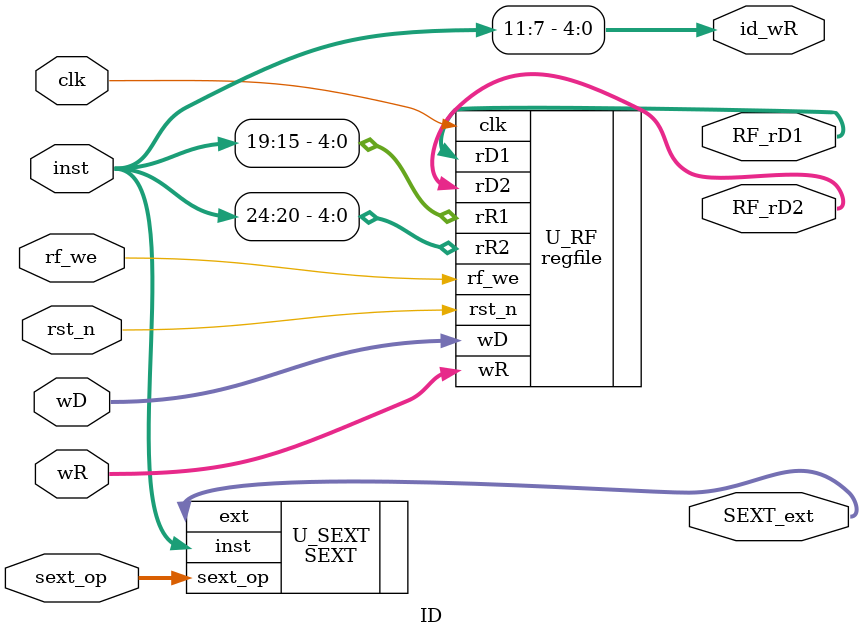
<source format=v>
module ID(
    //clk
    input           clk,
    //reset
    input           rst_n,
    //inst
    input   [31:7]  inst,
    //to WD
    input   [4:0]   wR,
    input   [31:0]  wD,
    //From control unit
    // input   [1:0]   wd_sel,
    input           rf_we,
    input   [2:0]   sext_op,
    
    //output
    output  [31:0]  RF_rD1,
    output  [31:0]  RF_rD2,
    output  [31:0]  SEXT_ext,
    output  [4:0]   id_wR

    );
        
    assign  id_wR = inst[11:7];

    regfile U_RF(
        .clk    (clk)           ,
        .rst_n  (rst_n)         ,
        .rR1    (inst[19:15])   ,
        .rR2    (inst[24:20])   ,
        .wR     (wR)            ,
        .wD     (wD)            ,
        .rf_we  (rf_we)         ,
        .rD1    (RF_rD1)        ,
        .rD2    (RF_rD2)
    );
    
    SEXT U_SEXT(
        .inst       (inst[31:7]),
        .sext_op    (sext_op)   ,
        .ext        (SEXT_ext)
    );
    
endmodule

</source>
